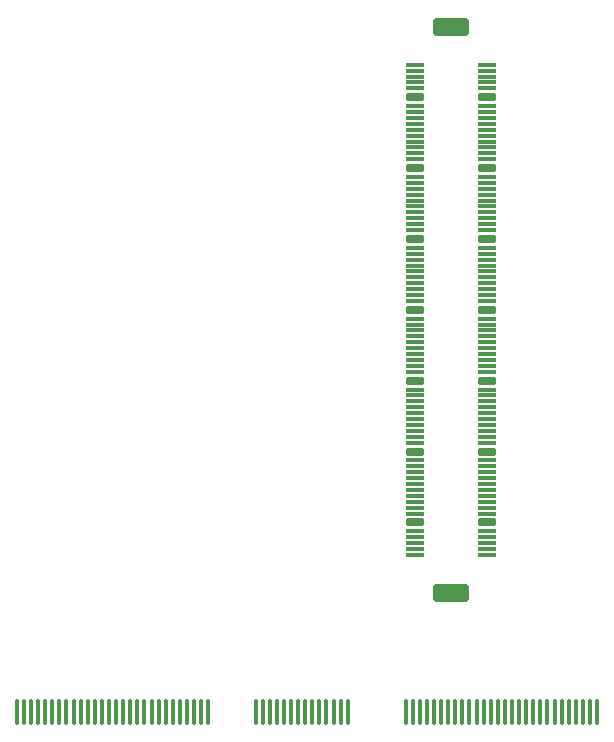
<source format=gbr>
%TF.GenerationSoftware,KiCad,Pcbnew,8.0.2*%
%TF.CreationDate,2024-07-11T13:13:48+02:00*%
%TF.ProjectId,HYDRA_VMM3_CARD,48594452-415f-4564-9d4d-335f43415244,rev?*%
%TF.SameCoordinates,Original*%
%TF.FileFunction,Paste,Top*%
%TF.FilePolarity,Positive*%
%FSLAX46Y46*%
G04 Gerber Fmt 4.6, Leading zero omitted, Abs format (unit mm)*
G04 Created by KiCad (PCBNEW 8.0.2) date 2024-07-11 13:13:48*
%MOMM*%
%LPD*%
G01*
G04 APERTURE LIST*
G04 Aperture macros list*
%AMRoundRect*
0 Rectangle with rounded corners*
0 $1 Rounding radius*
0 $2 $3 $4 $5 $6 $7 $8 $9 X,Y pos of 4 corners*
0 Add a 4 corners polygon primitive as box body*
4,1,4,$2,$3,$4,$5,$6,$7,$8,$9,$2,$3,0*
0 Add four circle primitives for the rounded corners*
1,1,$1+$1,$2,$3*
1,1,$1+$1,$4,$5*
1,1,$1+$1,$6,$7*
1,1,$1+$1,$8,$9*
0 Add four rect primitives between the rounded corners*
20,1,$1+$1,$2,$3,$4,$5,0*
20,1,$1+$1,$4,$5,$6,$7,0*
20,1,$1+$1,$6,$7,$8,$9,0*
20,1,$1+$1,$8,$9,$2,$3,0*%
G04 Aperture macros list end*
%ADD10RoundRect,0.095000X-0.095000X-0.965000X0.095000X-0.965000X0.095000X0.965000X-0.095000X0.965000X0*%
%ADD11RoundRect,0.068182X-0.731818X0.081818X-0.731818X-0.081818X0.731818X-0.081818X0.731818X0.081818X0*%
%ADD12RoundRect,0.400000X-1.150000X0.400000X-1.150000X-0.400000X1.150000X-0.400000X1.150000X0.400000X0*%
%ADD13RoundRect,0.159091X-0.640909X0.190909X-0.640909X-0.190909X0.640909X-0.190909X0.640909X0.190909X0*%
G04 APERTURE END LIST*
D10*
%TO.C,J1*%
X90100000Y-91840000D03*
X90700000Y-91840000D03*
X91300000Y-91840000D03*
X91900000Y-91840000D03*
X92500000Y-91840000D03*
X93100000Y-91840000D03*
X93700000Y-91840000D03*
X94300000Y-91840000D03*
X94900000Y-91840000D03*
X95500000Y-91840000D03*
X96100000Y-91840000D03*
X96700000Y-91840000D03*
X97300000Y-91840000D03*
X97900000Y-91840000D03*
X98500000Y-91840000D03*
X99100000Y-91840000D03*
X99700000Y-91840000D03*
X100300000Y-91840000D03*
X100900000Y-91840000D03*
X101500000Y-91840000D03*
X102100000Y-91840000D03*
X102700000Y-91840000D03*
X103300000Y-91840000D03*
X103900000Y-91840000D03*
X104500000Y-91840000D03*
X105100000Y-91840000D03*
X105700000Y-91840000D03*
X106300000Y-91840000D03*
X110310000Y-91840000D03*
X110910000Y-91840000D03*
X111510000Y-91840000D03*
X112110000Y-91840000D03*
X112710000Y-91840000D03*
X113310000Y-91840000D03*
X113910000Y-91840000D03*
X114510000Y-91840000D03*
X115110000Y-91840000D03*
X115710000Y-91840000D03*
X116310000Y-91840000D03*
X116910000Y-91840000D03*
X117510000Y-91840000D03*
X118110000Y-91840000D03*
X123020000Y-91840000D03*
X123620000Y-91840000D03*
X124220000Y-91840000D03*
X124820000Y-91840000D03*
X125420000Y-91840000D03*
X126020000Y-91840000D03*
X126620000Y-91840000D03*
X127220000Y-91840000D03*
X127820000Y-91840000D03*
X128420000Y-91840000D03*
X129020000Y-91840000D03*
X129620000Y-91840000D03*
X130220000Y-91840000D03*
X130820000Y-91840000D03*
X131420000Y-91840000D03*
X132020000Y-91840000D03*
X132620000Y-91840000D03*
X133220000Y-91840000D03*
X133820000Y-91840000D03*
X134420000Y-91840000D03*
X135020000Y-91840000D03*
X135620000Y-91840000D03*
X136220000Y-91840000D03*
X136820000Y-91840000D03*
X137420000Y-91840000D03*
X138020000Y-91840000D03*
X138620000Y-91840000D03*
X139220000Y-91840000D03*
%TD*%
D11*
%TO.C,U1*%
X129868000Y-37056000D03*
X123768000Y-37056000D03*
X129868000Y-37556000D03*
X123768000Y-37556000D03*
X129868000Y-38056000D03*
X123768000Y-38056000D03*
X129868000Y-38556000D03*
X123768000Y-38556000D03*
X129868000Y-39056000D03*
X123768000Y-39056000D03*
X129868000Y-40556000D03*
X123768000Y-40556000D03*
X129868000Y-41056000D03*
X123768000Y-41056000D03*
X129868000Y-41556000D03*
X123768000Y-41556000D03*
X129868000Y-42056000D03*
X123768000Y-42056000D03*
X129868000Y-42556000D03*
X123768000Y-42556000D03*
X129868000Y-43056000D03*
X123768000Y-43056000D03*
X129868000Y-43556000D03*
X123768000Y-43556000D03*
X129868000Y-44056000D03*
X123768000Y-44056000D03*
X129868000Y-44556000D03*
X123768000Y-44556000D03*
X129868000Y-45056000D03*
X123768000Y-45056000D03*
X129868000Y-46556000D03*
X123768000Y-46556000D03*
X129868000Y-47056000D03*
X123768000Y-47056000D03*
X129868000Y-47556000D03*
X123768000Y-47556000D03*
X129868000Y-48056000D03*
X123768000Y-48056000D03*
X129868000Y-48556000D03*
X123768000Y-48556000D03*
X129868000Y-49056000D03*
X123768000Y-49056000D03*
X129868000Y-49556000D03*
X123768000Y-49556000D03*
X129868000Y-50056000D03*
X123768000Y-50056000D03*
X129868000Y-50556000D03*
X123768000Y-50556000D03*
X129868000Y-51056000D03*
X123768000Y-51056000D03*
X129868000Y-52556000D03*
X123768000Y-52556000D03*
X129868000Y-53056000D03*
X123768000Y-53056000D03*
X129868000Y-53556000D03*
X123768000Y-53556000D03*
X129868000Y-54056000D03*
X123768000Y-54056000D03*
X129868000Y-54556000D03*
X123768000Y-54556000D03*
X129868000Y-55056000D03*
X123768000Y-55056000D03*
X129868000Y-55556000D03*
X123768000Y-55556000D03*
X129868000Y-56056000D03*
X123768000Y-56056000D03*
X129868000Y-56556000D03*
X123768000Y-56556000D03*
X129868000Y-57056000D03*
X123768000Y-57056000D03*
X129868000Y-58556000D03*
X123768000Y-58556000D03*
X129868000Y-59056000D03*
X123768000Y-59056000D03*
X129868000Y-59556000D03*
X123768000Y-59556000D03*
X129868000Y-60056000D03*
X123768000Y-60056000D03*
X129868000Y-60556000D03*
X123768000Y-60556000D03*
X129868000Y-61056000D03*
X123768000Y-61056000D03*
X129868000Y-61556000D03*
X123768000Y-61556000D03*
X129868000Y-62056000D03*
X123768000Y-62056000D03*
X129868000Y-62556000D03*
X123768000Y-62556000D03*
X129868000Y-63056000D03*
X123768000Y-63056000D03*
X129868000Y-64556000D03*
X123768000Y-64556000D03*
X129868000Y-65056000D03*
X123768000Y-65056000D03*
X129868000Y-65556000D03*
X123768000Y-65556000D03*
X129868000Y-66056000D03*
X123768000Y-66056000D03*
X129868000Y-66556000D03*
X123768000Y-66556000D03*
X129868000Y-67056000D03*
X123768000Y-67056000D03*
X129868000Y-67556000D03*
X123768000Y-67556000D03*
X129868000Y-68056000D03*
X123768000Y-68056000D03*
X129868000Y-68556000D03*
X123768000Y-68556000D03*
X129868000Y-69056000D03*
X123768000Y-69056000D03*
X129868000Y-70556000D03*
X123768000Y-70556000D03*
X129868000Y-71056000D03*
X123768000Y-71056000D03*
X129868000Y-71556000D03*
X123768000Y-71556000D03*
X129868000Y-72056000D03*
X123768000Y-72056000D03*
X129868000Y-72556000D03*
X123768000Y-72556000D03*
X129868000Y-73056000D03*
X123768000Y-73056000D03*
X129868000Y-73556000D03*
X123768000Y-73556000D03*
X129868000Y-74056000D03*
X123768000Y-74056000D03*
X129868000Y-74556000D03*
X123768000Y-74556000D03*
X129868000Y-75056000D03*
X123768000Y-75056000D03*
X129868000Y-76556000D03*
X123768000Y-76556000D03*
X129868000Y-77056000D03*
X123768000Y-77056000D03*
X129868000Y-77556000D03*
X123768000Y-77556000D03*
X129868000Y-78056000D03*
X123768000Y-78056000D03*
X129868000Y-78556000D03*
X123768000Y-78556000D03*
D12*
X126818000Y-33856000D03*
D13*
X129868000Y-39806000D03*
X123768000Y-39806000D03*
X129868000Y-45806000D03*
X123768000Y-45806000D03*
X129868000Y-51806000D03*
X123768000Y-51806000D03*
X129868000Y-57806000D03*
X123768000Y-57806000D03*
X129868000Y-63806000D03*
X123768000Y-63806000D03*
X129868000Y-69806000D03*
X123768000Y-69806000D03*
X129868000Y-75806000D03*
X123768000Y-75806000D03*
D12*
X126818000Y-81756000D03*
%TD*%
M02*

</source>
